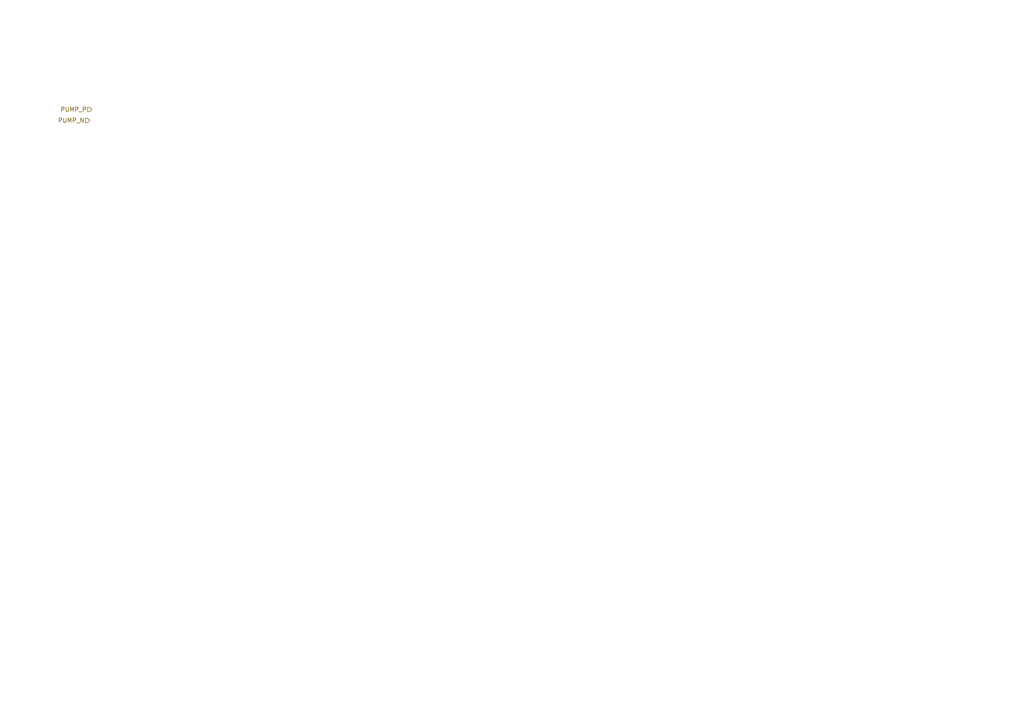
<source format=kicad_sch>
(kicad_sch (version 20211123) (generator eeschema)
  (paper "A4")
  (lib_symbols)
  (hierarchical_label "PUMP_N" (shape input) (at 26.035 34.925 180))
  (hierarchical_label "PUMP_P" (shape input) (at 26.67 31.75 180))
)
</source>
